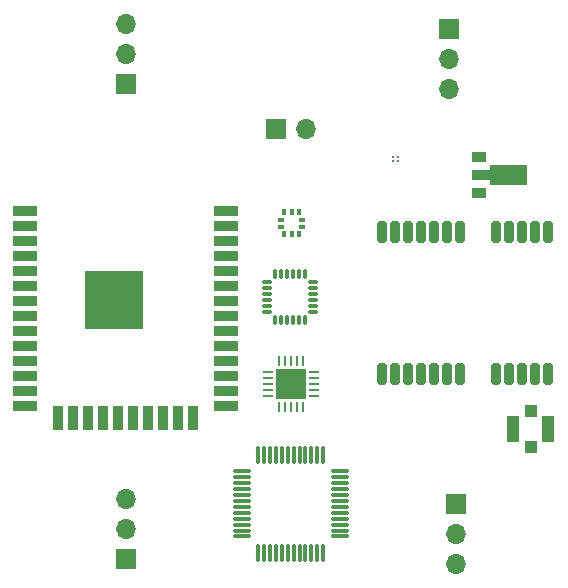
<source format=gbr>
%TF.GenerationSoftware,KiCad,Pcbnew,6.0.4*%
%TF.CreationDate,2022-04-20T20:25:45+02:00*%
%TF.ProjectId,main_pcb,6d61696e-5f70-4636-922e-6b696361645f,rev?*%
%TF.SameCoordinates,Original*%
%TF.FileFunction,Soldermask,Top*%
%TF.FilePolarity,Negative*%
%FSLAX46Y46*%
G04 Gerber Fmt 4.6, Leading zero omitted, Abs format (unit mm)*
G04 Created by KiCad (PCBNEW 6.0.4) date 2022-04-20 20:25:45*
%MOMM*%
%LPD*%
G01*
G04 APERTURE LIST*
G04 Aperture macros list*
%AMRoundRect*
0 Rectangle with rounded corners*
0 $1 Rounding radius*
0 $2 $3 $4 $5 $6 $7 $8 $9 X,Y pos of 4 corners*
0 Add a 4 corners polygon primitive as box body*
4,1,4,$2,$3,$4,$5,$6,$7,$8,$9,$2,$3,0*
0 Add four circle primitives for the rounded corners*
1,1,$1+$1,$2,$3*
1,1,$1+$1,$4,$5*
1,1,$1+$1,$6,$7*
1,1,$1+$1,$8,$9*
0 Add four rect primitives between the rounded corners*
20,1,$1+$1,$2,$3,$4,$5,0*
20,1,$1+$1,$4,$5,$6,$7,0*
20,1,$1+$1,$6,$7,$8,$9,0*
20,1,$1+$1,$8,$9,$2,$3,0*%
%AMFreePoly0*
4,1,9,3.862500,-0.866500,0.737500,-0.866500,0.737500,-0.450000,-0.737500,-0.450000,-0.737500,0.450000,0.737500,0.450000,0.737500,0.866500,3.862500,0.866500,3.862500,-0.866500,3.862500,-0.866500,$1*%
G04 Aperture macros list end*
%ADD10R,1.700000X1.700000*%
%ADD11O,1.700000X1.700000*%
%ADD12RoundRect,0.062500X-0.350000X-0.062500X0.350000X-0.062500X0.350000X0.062500X-0.350000X0.062500X0*%
%ADD13RoundRect,0.062500X-0.062500X-0.350000X0.062500X-0.350000X0.062500X0.350000X-0.062500X0.350000X0*%
%ADD14R,2.500000X2.500000*%
%ADD15R,2.000000X0.900000*%
%ADD16R,0.900000X2.000000*%
%ADD17R,5.000000X5.000000*%
%ADD18RoundRect,0.075000X-0.350000X-0.075000X0.350000X-0.075000X0.350000X0.075000X-0.350000X0.075000X0*%
%ADD19RoundRect,0.075000X0.075000X-0.350000X0.075000X0.350000X-0.075000X0.350000X-0.075000X-0.350000X0*%
%ADD20R,1.000000X1.000000*%
%ADD21R,1.050000X2.200000*%
%ADD22RoundRect,0.100000X-0.175000X-0.100000X0.175000X-0.100000X0.175000X0.100000X-0.175000X0.100000X0*%
%ADD23RoundRect,0.100000X-0.100000X-0.175000X0.100000X-0.175000X0.100000X0.175000X-0.100000X0.175000X0*%
%ADD24RoundRect,0.075000X-0.662500X-0.075000X0.662500X-0.075000X0.662500X0.075000X-0.662500X0.075000X0*%
%ADD25RoundRect,0.075000X-0.075000X-0.662500X0.075000X-0.662500X0.075000X0.662500X-0.075000X0.662500X0*%
%ADD26R,1.300000X0.900000*%
%ADD27FreePoly0,0.000000*%
%ADD28RoundRect,0.200000X0.200000X-0.700000X0.200000X0.700000X-0.200000X0.700000X-0.200000X-0.700000X0*%
%ADD29C,0.250000*%
G04 APERTURE END LIST*
D10*
%TO.C,bat_power1*%
X125730000Y-36830000D03*
D11*
X128270000Y-36830000D03*
%TD*%
D12*
%TO.C,U2*%
X125062500Y-57420000D03*
X125062500Y-57920000D03*
X125062500Y-58420000D03*
X125062500Y-58920000D03*
X125062500Y-59420000D03*
D13*
X126000000Y-60357500D03*
X126500000Y-60357500D03*
X127000000Y-60357500D03*
X127500000Y-60357500D03*
X128000000Y-60357500D03*
D12*
X128937500Y-59420000D03*
X128937500Y-58920000D03*
X128937500Y-58420000D03*
X128937500Y-57920000D03*
X128937500Y-57420000D03*
D13*
X128000000Y-56482500D03*
X127500000Y-56482500D03*
X127000000Y-56482500D03*
X126500000Y-56482500D03*
X126000000Y-56482500D03*
D14*
X127000000Y-58420000D03*
%TD*%
D11*
%TO.C,M4*%
X113030000Y-68120000D03*
X113030000Y-70660000D03*
D10*
X113030000Y-73200000D03*
%TD*%
%TO.C,M3*%
X140400000Y-28400000D03*
D11*
X140400000Y-30940000D03*
X140400000Y-33480000D03*
%TD*%
%TO.C,M2*%
X140970000Y-73660000D03*
X140970000Y-71120000D03*
D10*
X140970000Y-68580000D03*
%TD*%
D11*
%TO.C,M1*%
X113030000Y-27940000D03*
X113030000Y-30480000D03*
D10*
X113030000Y-33020000D03*
%TD*%
D15*
%TO.C,U8*%
X104530000Y-43815000D03*
X104530000Y-45085000D03*
X104530000Y-46355000D03*
X104530000Y-47625000D03*
X104530000Y-48895000D03*
X104530000Y-50165000D03*
X104530000Y-51435000D03*
X104530000Y-52705000D03*
X104530000Y-53975000D03*
X104530000Y-55245000D03*
X104530000Y-56515000D03*
X104530000Y-57785000D03*
X104530000Y-59055000D03*
X104530000Y-60325000D03*
D16*
X107315000Y-61325000D03*
X108585000Y-61325000D03*
X109855000Y-61325000D03*
X111125000Y-61325000D03*
X112395000Y-61325000D03*
X113665000Y-61325000D03*
X114935000Y-61325000D03*
X116205000Y-61325000D03*
X117475000Y-61325000D03*
X118745000Y-61325000D03*
D15*
X121530000Y-60325000D03*
X121530000Y-59055000D03*
X121530000Y-57785000D03*
X121530000Y-56515000D03*
X121530000Y-55245000D03*
X121530000Y-53975000D03*
X121530000Y-52705000D03*
X121530000Y-51435000D03*
X121530000Y-50165000D03*
X121530000Y-48895000D03*
X121530000Y-47625000D03*
X121530000Y-46355000D03*
X121530000Y-45085000D03*
X121530000Y-43815000D03*
D17*
X112030000Y-51315000D03*
%TD*%
D18*
%TO.C,U4*%
X125000000Y-49800000D03*
X125000000Y-50300000D03*
X125000000Y-50800000D03*
X125000000Y-51300000D03*
X125000000Y-51800000D03*
X125000000Y-52300000D03*
D19*
X125700000Y-53000000D03*
X126200000Y-53000000D03*
X126700000Y-53000000D03*
X127200000Y-53000000D03*
X127700000Y-53000000D03*
X128200000Y-53000000D03*
D18*
X128900000Y-52300000D03*
X128900000Y-51800000D03*
X128900000Y-51300000D03*
X128900000Y-50800000D03*
X128900000Y-50300000D03*
X128900000Y-49800000D03*
D19*
X128200000Y-49100000D03*
X127700000Y-49100000D03*
X127200000Y-49100000D03*
X126700000Y-49100000D03*
X126200000Y-49100000D03*
X125700000Y-49100000D03*
%TD*%
D20*
%TO.C,REF\u002A\u002A*%
X147320000Y-63730000D03*
D21*
X148795000Y-62230000D03*
X145845000Y-62230000D03*
D20*
X147320000Y-60730000D03*
%TD*%
D22*
%TO.C,U6*%
X126145000Y-44520000D03*
X126145000Y-45120000D03*
D23*
X126470000Y-45745000D03*
X127070000Y-45745000D03*
X127670000Y-45745000D03*
D22*
X127995000Y-45120000D03*
X127995000Y-44520000D03*
D23*
X127670000Y-43895000D03*
X127070000Y-43895000D03*
X126470000Y-43895000D03*
%TD*%
D24*
%TO.C,U1*%
X122837500Y-65830000D03*
X122837500Y-66330000D03*
X122837500Y-66830000D03*
X122837500Y-67330000D03*
X122837500Y-67830000D03*
X122837500Y-68330000D03*
X122837500Y-68830000D03*
X122837500Y-69330000D03*
X122837500Y-69830000D03*
X122837500Y-70330000D03*
X122837500Y-70830000D03*
X122837500Y-71330000D03*
D25*
X124250000Y-72742500D03*
X124750000Y-72742500D03*
X125250000Y-72742500D03*
X125750000Y-72742500D03*
X126250000Y-72742500D03*
X126750000Y-72742500D03*
X127250000Y-72742500D03*
X127750000Y-72742500D03*
X128250000Y-72742500D03*
X128750000Y-72742500D03*
X129250000Y-72742500D03*
X129750000Y-72742500D03*
D24*
X131162500Y-71330000D03*
X131162500Y-70830000D03*
X131162500Y-70330000D03*
X131162500Y-69830000D03*
X131162500Y-69330000D03*
X131162500Y-68830000D03*
X131162500Y-68330000D03*
X131162500Y-67830000D03*
X131162500Y-67330000D03*
X131162500Y-66830000D03*
X131162500Y-66330000D03*
X131162500Y-65830000D03*
D25*
X129750000Y-64417500D03*
X129250000Y-64417500D03*
X128750000Y-64417500D03*
X128250000Y-64417500D03*
X127750000Y-64417500D03*
X127250000Y-64417500D03*
X126750000Y-64417500D03*
X126250000Y-64417500D03*
X125750000Y-64417500D03*
X125250000Y-64417500D03*
X124750000Y-64417500D03*
X124250000Y-64417500D03*
%TD*%
D26*
%TO.C,U5*%
X142980000Y-39240000D03*
D27*
X143067500Y-40740000D03*
D26*
X142980000Y-42240000D03*
%TD*%
D28*
%TO.C,U7*%
X134740000Y-45540000D03*
X135840000Y-45540000D03*
X136940000Y-45540000D03*
X138040000Y-45540000D03*
X139140000Y-45540000D03*
X140240000Y-45540000D03*
X141340000Y-45540000D03*
X144340000Y-45540000D03*
X145440000Y-45540000D03*
X146540000Y-45540000D03*
X147640000Y-45540000D03*
X148740000Y-45540000D03*
X148740000Y-57540000D03*
X147640000Y-57540000D03*
X146540000Y-57540000D03*
X145440000Y-57540000D03*
X144340000Y-57540000D03*
X141340000Y-57540000D03*
X140240000Y-57540000D03*
X139140000Y-57540000D03*
X138040000Y-57540000D03*
X136940000Y-57540000D03*
X135840000Y-57540000D03*
X134740000Y-57540000D03*
%TD*%
D29*
%TO.C,U3*%
X135690000Y-39170000D03*
X136090000Y-39170000D03*
X135690000Y-39570000D03*
X136090000Y-39570000D03*
%TD*%
M02*

</source>
